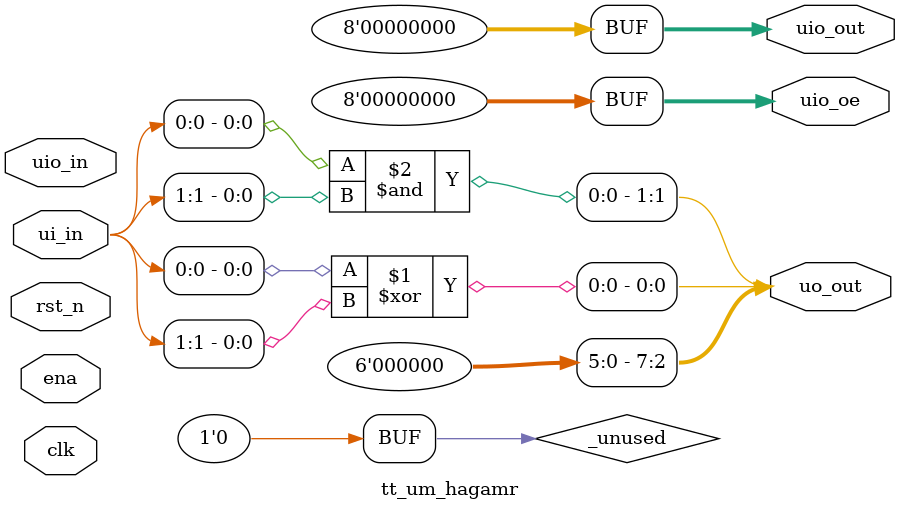
<source format=v>
/*
 * Copyright (c) 2024 Your Name
 * SPDX-License-Identifier: Apache-2.0
 */

`default_nettype none

module tt_um_hagamr (
    input  wire [7:0] ui_in,    // Dedicated inputs
    output wire [7:0] uo_out,   // Dedicated outputs
    input  wire [7:0] uio_in,   // IOs: Input path
    output wire [7:0] uio_out,  // IOs: Output path
    output wire [7:0] uio_oe,   // IOs: Enable path (active high: 0=input, 1=output)
    input  wire       ena,      // always 1 when the design is powered, so you can ignore it
    input  wire       clk,      // clock
    input  wire       rst_n     // reset_n - low to reset
);

  // All output pins must be assigned. If not used, assign to 0.
  //assign uo_out  = ui_in + uio_in;  // Example: ou_out is the sum of ui_in and uio_in
    assign uo_out[0] = ui_in[0] ^ ui_in[1];
    assign uo_out[1] = ui_in[0] & ui_in[1];
  assign uio_out = 0;
  assign uio_oe  = 0;
    assign uo_out[7:2]=6'b0;

  // List all unused inputs to prevent warnings
  wire _unused = &{ena, clk, rst_n, 1'b0};

endmodule

</source>
